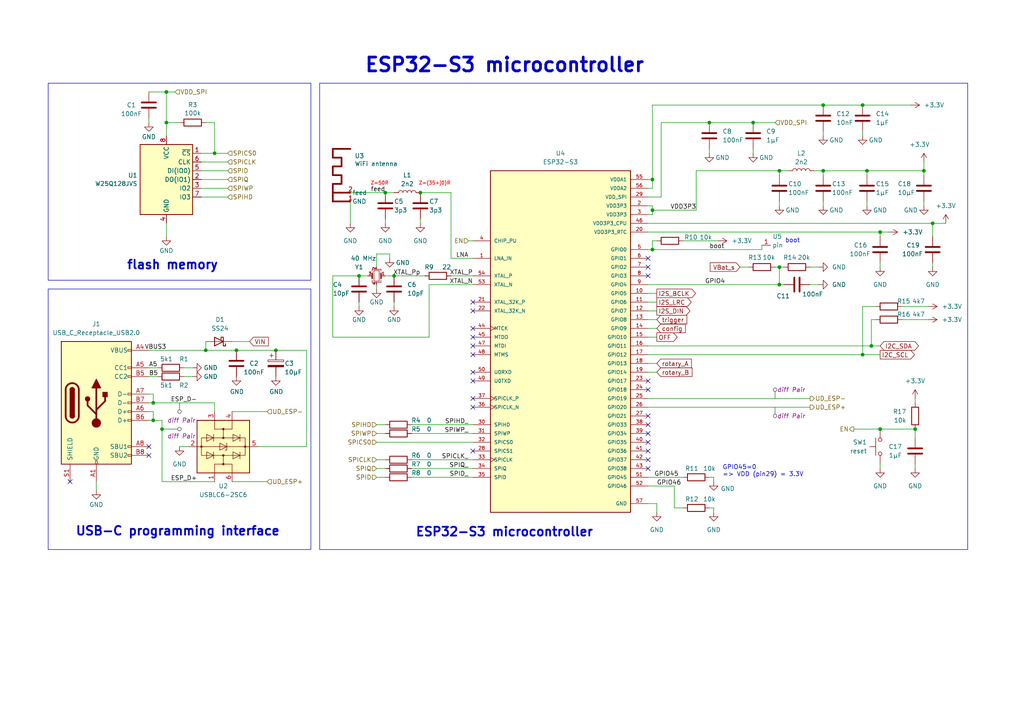
<source format=kicad_sch>
(kicad_sch (version 20250114) (generator "eeschema") (generator_version "9.0")
  (paper "A4")
  (lib_symbols
    (symbol "Connector:USB_C_Receptacle_USB2.0" (pin_names (offset 1.016))
      (property "Reference" "J" (at -10.16 19.05 0))
      (property "Value" "USB_C_Receptacle_USB2.0" (at 19.05 19.05 0))
      (symbol "USB_C_Receptacle_USB2.0_1_1"
        (pin passive line (at -7.62 -22.86 90) (length 5.08) (name "SHIELD") (number "S1"))
        (pin passive line (at 0 -22.86 90) (length 5.08) (name "GND") (number "A1"))
        (pin passive line (at 0 -22.86 90) (length 5.08) (hide yes) (name "GND") (number "A12"))
        (pin passive line (at 0 -22.86 90) (length 5.08) (hide yes) (name "GND") (number "B1"))
        (pin passive line (at 0 -22.86 90) (length 5.08) (hide yes) (name "GND") (number "B12"))
        (pin passive line (at 15.24 15.24 180) (length 5.08) (name "VBUS") (number "A4"))
        (pin passive line (at 15.24 15.24 180) (length 5.08) (hide yes) (name "VBUS") (number "A9"))
        (pin passive line (at 15.24 15.24 180) (length 5.08) (hide yes) (name "VBUS") (number "B4"))
        (pin passive line (at 15.24 15.24 180) (length 5.08) (hide yes) (name "VBUS") (number "B9"))
        (pin bidirectional line (at 15.24 10.16 180) (length 5.08) (name "CC1") (number "A5"))
        (pin bidirectional line (at 15.24 7.62 180) (length 5.08) (name "CC2") (number "B5"))
        (pin bidirectional line (at 15.24 2.54 180) (length 5.08) (name "D-") (number "A7"))
        (pin bidirectional line (at 15.24 0 180) (length 5.08) (name "D-") (number "B7"))
        (pin bidirectional line (at 15.24 -2.54 180) (length 5.08) (name "D+") (number "A6"))
        (pin bidirectional line (at 15.24 -5.08 180) (length 5.08) (name "D+") (number "B6"))
        (pin bidirectional line (at 15.24 -12.7 180) (length 5.08) (name "SBU1") (number "A8"))
        (pin bidirectional line (at 15.24 -15.24 180) (length 5.08) (name "SBU2") (number "B8"))
      )
    )
    (symbol "Device:C" (pin_numbers (hide yes)) (pin_names (offset 0.254))
      (property "Reference" "C" (at 0.635 2.54 0))
      (property "Value" "C" (at 0.635 -2.54 0))
      (symbol "C_1_1"
        (pin passive line (at 0 3.81 270) (length 2.794) (name "~") (number "1"))
        (pin passive line (at 0 -3.81 90) (length 2.794) (name "~") (number "2"))
      )
    )
    (symbol "Device:Crystal_GND24_Small" (pin_names (offset 1.016) (hide yes))
      (property "Reference" "Y" (at 1.27 4.445 0))
      (property "Value" "Crystal_GND24_Small" (at 1.27 2.54 0))
      (symbol "Crystal_GND24_Small_1_1"
        (pin passive line (at -2.54 0 0) (length 1.27) (name "1") (number "1"))
        (pin passive line (at 0 2.54 270) (length 0.635) (name "4") (number "4"))
        (pin passive line (at 0 -2.54 90) (length 0.635) (name "2") (number "2"))
        (pin passive line (at 2.54 0 180) (length 1.27) (name "3") (number "3"))
      )
    )
    (symbol "Device:L" (pin_numbers (hide yes)) (pin_names (offset 1.016) (hide yes))
      (property "Reference" "L" (at -1.27 0 90))
      (property "Value" "L" (at 1.905 0 90))
      (symbol "L_1_1"
        (pin passive line (at 0 3.81 270) (length 1.27) (name "1") (number "1"))
        (pin passive line (at 0 -3.81 90) (length 1.27) (name "2") (number "2"))
      )
    )
    (symbol "Device:R" (pin_numbers (hide yes)) (pin_names (offset 0))
      (property "Reference" "R" (at 2.032 0 90))
      (property "Value" "R" (at 0 0 90))
      (symbol "R_1_1"
        (pin passive line (at 0 3.81 270) (length 1.27) (name "~") (number "1"))
        (pin passive line (at 0 -3.81 90) (length 1.27) (name "~") (number "2"))
      )
    )
    (symbol "Diode:SS24" (pin_numbers (hide yes)) (pin_names (offset 1.016) (hide yes))
      (property "Reference" "D" (at 0 2.54 0))
      (property "Value" "SS24" (at 0 -2.54 0))
      (symbol "SS24_1_1"
        (pin passive line (at -3.81 0 0) (length 2.54) (name "K") (number "1"))
        (pin passive line (at 3.81 0 180) (length 2.54) (name "A") (number "2"))
      )
    )
    (symbol "Memory_Flash:W25Q128JVS"
      (property "Reference" "U" (at -8.89 8.89 0))
      (property "Value" "W25Q128JVS" (at 7.62 8.89 0))
      (symbol "W25Q128JVS_1_1"
        (pin input line (at -10.16 7.62 0) (length 2.54) (name "~{CS}") (number "1"))
        (pin input line (at -10.16 5.08 0) (length 2.54) (name "CLK") (number "6"))
        (pin bidirectional line (at -10.16 2.54 0) (length 2.54) (name "DI(IO0)") (number "5"))
        (pin bidirectional line (at -10.16 0 0) (length 2.54) (name "DO(IO1)") (number "2"))
        (pin bidirectional line (at -10.16 -2.54 0) (length 2.54) (name "IO2") (number "3"))
        (pin bidirectional line (at -10.16 -5.08 0) (length 2.54) (name "IO3") (number "7"))
        (pin power_in line (at 0 12.7 270) (length 2.54) (name "VCC") (number "8"))
        (pin power_in line (at 0 -12.7 90) (length 2.54) (name "GND") (number "4"))
      )
    )
    (symbol "New_Library:1_pin"
      (property "Reference" "U" (at 0 1.524 0))
      (symbol "1_pin_1_1"
        (pin input line (at -2.54 0 0) (length 2.54) (name "pin") (number "1"))
      )
    )
    (symbol "New_Library:ESP32-S3" (pin_names (offset 1.016))
      (property "Reference" "U4" (at 0 53.34 0))
      (property "Value" "ESP32-S3" (at 0 50.8 0))
      (symbol "ESP32-S3_0_0"
        (pin input line (at -25.4 27.94 0) (length 5.08) (name "CHIP_PU") (number "4"))
        (pin bidirectional line (at -25.4 22.86 0) (length 5.08) (name "LNA_IN") (number "1"))
        (pin input line (at -25.4 17.78 0) (length 5.08) (name "XTAL_P") (number "54"))
        (pin output line (at -25.4 15.24 0) (length 5.08) (name "XTAL_N") (number "53"))
        (pin bidirectional line (at -25.4 10.16 0) (length 5.08) (name "XTAL_32K_P") (number "21"))
        (pin bidirectional line (at -25.4 7.62 0) (length 5.08) (name "XTAL_32K_N") (number "22"))
        (pin bidirectional clock (at -25.4 2.54 0) (length 5.08) (name "MTCK") (number "44"))
        (pin bidirectional line (at -25.4 0 0) (length 5.08) (name "MTDO") (number "45"))
        (pin bidirectional line (at -25.4 -2.54 0) (length 5.08) (name "MTDI") (number "47"))
        (pin bidirectional line (at -25.4 -5.08 0) (length 5.08) (name "MTMS") (number "48"))
        (pin bidirectional line (at -25.4 -10.16 0) (length 5.08) (name "U0RXD") (number "50"))
        (pin bidirectional line (at -25.4 -12.7 0) (length 5.08) (name "U0TXD") (number "49"))
        (pin bidirectional clock (at -25.4 -17.78 0) (length 5.08) (name "SPICLK_P") (number "37"))
        (pin bidirectional clock (at -25.4 -20.32 0) (length 5.08) (name "SPICLK_N") (number "36"))
        (pin bidirectional line (at -25.4 -25.4 0) (length 5.08) (name "SPIHD") (number "30"))
        (pin bidirectional line (at -25.4 -27.94 0) (length 5.08) (name "SPIWP") (number "31"))
        (pin bidirectional line (at -25.4 -30.48 0) (length 5.08) (name "SPICS0") (number "32"))
        (pin bidirectional line (at -25.4 -33.02 0) (length 5.08) (name "SPICS1") (number "28"))
        (pin bidirectional clock (at -25.4 -35.56 0) (length 5.08) (name "SPICLK") (number "33"))
        (pin bidirectional line (at -25.4 -38.1 0) (length 5.08) (name "SPIQ") (number "34"))
        (pin bidirectional line (at -25.4 -40.64 0) (length 5.08) (name "SPID") (number "35"))
        (pin power_in line (at 25.4 45.72 180) (length 5.08) (name "VDDA1") (number "55"))
        (pin power_in line (at 25.4 43.18 180) (length 5.08) (name "VDDA2") (number "56"))
        (pin power_in line (at 25.4 40.64 180) (length 5.08) (name "VDD_SPI") (number "29"))
        (pin power_in line (at 25.4 38.1 180) (length 5.08) (name "VDD3P3") (number "2"))
        (pin power_in line (at 25.4 35.56 180) (length 5.08) (name "VDD3P3") (number "3"))
        (pin power_in line (at 25.4 33.02 180) (length 5.08) (name "VDD3P3_CPU") (number "46"))
        (pin power_in line (at 25.4 30.48 180) (length 5.08) (name "VDD3P3_RTC") (number "20"))
        (pin bidirectional line (at 25.4 25.4 180) (length 5.08) (name "GPIO0") (number "5"))
        (pin bidirectional line (at 25.4 22.86 180) (length 5.08) (name "GPIO1") (number "6"))
        (pin bidirectional line (at 25.4 20.32 180) (length 5.08) (name "GPIO2") (number "7"))
        (pin bidirectional line (at 25.4 17.78 180) (length 5.08) (name "GPIO3") (number "8"))
        (pin bidirectional line (at 25.4 15.24 180) (length 5.08) (name "GPIO4") (number "9"))
        (pin bidirectional line (at 25.4 12.7 180) (length 5.08) (name "GPIO5") (number "10"))
        (pin bidirectional line (at 25.4 10.16 180) (length 5.08) (name "GPIO6") (number "11"))
        (pin bidirectional line (at 25.4 7.62 180) (length 5.08) (name "GPIO7") (number "12"))
        (pin bidirectional line (at 25.4 5.08 180) (length 5.08) (name "GPIO8") (number "13"))
        (pin bidirectional line (at 25.4 2.54 180) (length 5.08) (name "GPIO9") (number "14"))
        (pin bidirectional line (at 25.4 0 180) (length 5.08) (name "GPIO10") (number "15"))
        (pin bidirectional line (at 25.4 -2.54 180) (length 5.08) (name "GPIO11") (number "16"))
        (pin bidirectional line (at 25.4 -5.08 180) (length 5.08) (name "GPIO12") (number "17"))
        (pin bidirectional line (at 25.4 -7.62 180) (length 5.08) (name "GPIO13") (number "18"))
        (pin bidirectional line (at 25.4 -10.16 180) (length 5.08) (name "GPIO14") (number "19"))
        (pin bidirectional line (at 25.4 -12.7 180) (length 5.08) (name "GPIO17") (number "23"))
        (pin bidirectional line (at 25.4 -15.24 180) (length 5.08) (name "GPIO18") (number "24"))
        (pin bidirectional line (at 25.4 -17.78 180) (length 5.08) (name "GPIO19") (number "25"))
        (pin bidirectional line (at 25.4 -20.32 180) (length 5.08) (name "GPIO20") (number "26"))
        (pin bidirectional line (at 25.4 -22.86 180) (length 5.08) (name "GPIO21") (number "27"))
        (pin bidirectional line (at 25.4 -25.4 180) (length 5.08) (name "GPIO33") (number "38"))
        (pin bidirectional line (at 25.4 -27.94 180) (length 5.08) (name "GPIO34") (number "39"))
        (pin bidirectional line (at 25.4 -30.48 180) (length 5.08) (name "GPIO35") (number "40"))
        (pin bidirectional line (at 25.4 -33.02 180) (length 5.08) (name "GPIO36") (number "41"))
        (pin bidirectional line (at 25.4 -35.56 180) (length 5.08) (name "GPIO37") (number "42"))
        (pin bidirectional line (at 25.4 -38.1 180) (length 5.08) (name "GPIO38") (number "43"))
        (pin bidirectional line (at 25.4 -40.64 180) (length 5.08) (name "GPIO45") (number "51"))
        (pin bidirectional line (at 25.4 -43.18 180) (length 5.08) (name "GPIO46") (number "52"))
        (pin power_in line (at 25.4 -48.26 180) (length 5.08) (name "GND") (number "57"))
      )
      (symbol "ESP32-S3_1_1"
        (pin power_in line (at 25.4 -48.26 0) (length 2.54) (hide yes) (name "GND") (number "58"))
        (pin power_in line (at 25.4 -48.26 0) (length 2.54) (hide yes) (name "GND") (number "59"))
        (pin power_in line (at 25.4 -48.26 0) (length 2.54) (hide yes) (name "GND") (number "60"))
        (pin power_in line (at 25.4 -48.26 0) (length 2.54) (hide yes) (name "GND") (number "61"))
        (pin power_in line (at 25.4 -48.26 0) (length 2.54) (hide yes) (name "GND") (number "62"))
        (pin power_in line (at 25.4 -48.26 0) (length 2.54) (hide yes) (name "GND") (number "63"))
        (pin power_in line (at 25.4 -48.26 0) (length 2.54) (hide yes) (name "GND") (number "64"))
        (pin power_in line (at 25.4 -48.26 0) (length 2.54) (hide yes) (name "GND") (number "65"))
        (pin power_in line (at 25.4 -48.26 0) (length 2.54) (hide yes) (name "GND") (number "66"))
        (pin power_in line (at 25.4 -48.26 0) (length 2.54) (hide yes) (name "GND") (number "67"))
        (pin power_in line (at 25.4 -48.26 0) (length 2.54) (hide yes) (name "GND") (number "68"))
        (pin power_in line (at 25.4 -48.26 0) (length 2.54) (hide yes) (name "GND") (number "69"))
      )
    )
    (symbol "New_Library:PCB_antenna"
      (property "Reference" "U" (at 0 6.35 0))
      (symbol "PCB_antenna_1_1"
        (pin input line (at -10.16 0 270) (length 0.1) (name "GND") (number "1"))
        (pin input line (at -7.62 0 270) (length 0.1) (name "feed") (number "2"))
      )
    )
    (symbol "Power_Protection:USBLC6-2SC6" (pin_names (hide yes))
      (property "Reference" "U" (at 2.54 8.89 0))
      (property "Value" "USBLC6-2SC6" (at 2.54 -8.89 0))
      (symbol "USBLC6-2SC6_1_1"
        (pin passive line (at -10.16 2.54 0) (length 2.54) (name "I/O1") (number "6"))
        (pin passive line (at -10.16 -2.54 0) (length 2.54) (name "I/O1") (number "1"))
        (pin passive line (at 0 10.16 270) (length 2.54) (name "VBUS") (number "5"))
        (pin passive line (at 0 -10.16 90) (length 2.54) (name "GND") (number "2"))
        (pin passive line (at 10.16 2.54 180) (length 2.54) (name "I/O2") (number "4"))
        (pin passive line (at 10.16 -2.54 180) (length 2.54) (name "I/O2") (number "3"))
      )
    )
    (symbol "RD40_display_SMD-rescue:CP-Device" (pin_numbers (hide yes)) (pin_names (offset 0.254))
      (property "Reference" "C" (at 0.635 2.54 0))
      (property "Value" "Device_CP" (at 0.635 -2.54 0))
      (symbol "CP-Device_1_1"
        (pin passive line (at 0 3.81 270) (length 2.794) (name "~") (number "1"))
        (pin passive line (at 0 -3.81 90) (length 2.794) (name "~") (number "2"))
      )
    )
    (symbol "Switch:SW_Push" (pin_numbers (hide yes)) (pin_names (offset 1.016) (hide yes))
      (property "Reference" "SW" (at 1.27 2.54 0))
      (property "Value" "SW_Push" (at 0 -1.524 0))
      (symbol "SW_Push_0_1"
        (pin passive line (at -5.08 0 0) (length 2.54) (name "1") (number "1"))
        (pin passive line (at 5.08 0 180) (length 2.54) (name "2") (number "2"))
      )
    )
    (symbol "power:+3.3V" (power) (pin_names (offset 0))
      (property "Value" "+3.3V" (at 0 3.556 0))
      (symbol "+3.3V_1_1"
        (pin power_in line (at 0 0 90) (length 0) (hide yes) (name "+3.3V") (number "1"))
      )
    )
    (symbol "power:GND" (power) (pin_names (offset 0))
      (property "Value" "GND" (at 0 -3.81 0))
      (symbol "GND_1_1"
        (pin power_in line (at 0 0 270) (length 0) (hide yes) (name "GND") (number "1"))
      )
    )
  )
  (rectangle (start 13.97 83.82) (end 90.17 159.385))
  (rectangle (start 92.71 24.13) (end 280.67 159.385))
  (rectangle (start 13.97 24.13) (end 90.17 81.28))
  (text "GPIO45=0\n=> VDD (pin29) = 3.3V" (at 209.55 138.43 0) (effects (font (size 1.27 1.27)) (justify left bottom)))
  (text "Z=(35+j0)R" (at 121.412 53.848 0) (effects (font (size 1 1)) (justify left bottom)))
  (text "Z=50R" (at 107.442 53.848 0) (effects (font (size 1 1)) (justify left bottom)))
  (text "boot" (at 229.87 69.85 0) (effects (font (size 1.27 1.27))))
  (text "flash memory" (at 50.038 76.962 0) (effects (font (size 2.54 2.54) (thickness 0.508) (bold yes))))
  (text "ESP32-S3 microcontroller" (at 146.304 154.432 0) (effects (font (size 2.54 2.54) (thickness 0.508) (bold yes))))
  (text "USB-C programming interface" (at 51.562 154.178 0) (effects (font (size 2.54 2.54) (thickness 0.508) (bold yes))))
  (text "ESP32-S3 microcontroller" (at 187.198 21.336 0) (effects (font (size 4 4) (thickness 0.8) (bold yes)) (justify right bottom)))
  (junction (at 189.23 60.96))
  (junction (at 250.19 102.87))
  (junction (at 265.43 124.46))
  (junction (at 226.06 82.55))
  (junction (at 121.92 55.88))
  (junction (at 250.19 30.48))
  (junction (at 48.26 35.56))
  (junction (at 62.23 44.45))
  (junction (at 226.06 49.53))
  (junction (at 111.76 55.88))
  (junction (at 267.97 49.53))
  (junction (at 226.06 77.47))
  (junction (at 251.46 49.53))
  (junction (at 205.74 35.56))
  (junction (at 252.73 100.33))
  (junction (at 68.58 101.6))
  (junction (at 189.23 72.39))
  (junction (at 255.27 67.31))
  (junction (at 238.76 30.48))
  (junction (at 114.3 80.01))
  (junction (at 255.27 124.46))
  (junction (at 218.44 35.56))
  (junction (at 59.69 101.6))
  (junction (at 46.99 124.46))
  (junction (at 270.51 64.77))
  (junction (at 189.23 52.07))
  (junction (at 238.76 49.53))
  (junction (at 44.45 116.84))
  (junction (at 104.14 80.01))
  (junction (at 44.45 121.92))
  (junction (at 80.01 101.6))
  (junction (at 48.26 26.67))
  (no_connect (at 187.96 128.27))
  (no_connect (at 137.16 118.11))
  (no_connect (at 43.18 132.08))
  (no_connect (at 187.96 113.03))
  (no_connect (at 137.16 130.81))
  (no_connect (at 187.96 135.89))
  (no_connect (at 187.96 74.93))
  (no_connect (at 137.16 100.33))
  (no_connect (at 187.96 125.73))
  (no_connect (at 187.96 110.49))
  (no_connect (at 187.96 77.47))
  (no_connect (at 137.16 90.17))
  (no_connect (at 187.96 123.19))
  (no_connect (at 137.16 115.57))
  (no_connect (at 43.18 129.54))
  (no_connect (at 187.96 120.65))
  (no_connect (at 20.32 139.7))
  (no_connect (at 137.16 110.49))
  (no_connect (at 187.96 133.35))
  (no_connect (at 137.16 95.25))
  (no_connect (at 137.16 87.63))
  (no_connect (at 137.16 102.87))
  (no_connect (at 137.16 107.95))
  (no_connect (at 187.96 130.81))
  (no_connect (at 187.96 80.01))
  (no_connect (at 137.16 97.79))
  (wire (pts (xy 189.23 59.69) (xy 189.23 60.96)))
  (wire (pts (xy 62.23 44.45) (xy 62.23 35.56)))
  (wire (pts (xy 187.96 64.77) (xy 270.51 64.77)))
  (wire (pts (xy 46.99 139.7) (xy 62.23 139.7)))
  (wire (pts (xy 43.18 114.3) (xy 44.45 114.3)))
  (wire (pts (xy 44.45 116.84) (xy 62.23 116.84)))
  (wire (pts (xy 59.69 101.6) (xy 68.58 101.6)))
  (wire (pts (xy 113.03 73.66) (xy 113.03 74.93)))
  (wire (pts (xy 226.06 77.47) (xy 227.33 77.47)))
  (wire (pts (xy 58.42 49.53) (xy 66.04 49.53)))
  (wire (pts (xy 111.76 80.01) (xy 114.3 80.01)))
  (wire (pts (xy 238.76 30.48) (xy 250.19 30.48)))
  (wire (pts (xy 187.96 52.07) (xy 189.23 52.07)))
  (wire (pts (xy 130.81 55.88) (xy 130.81 74.93)))
  (wire (pts (xy 267.97 46.99) (xy 267.97 49.53)))
  (wire (pts (xy 234.95 82.55) (xy 237.49 82.55)))
  (wire (pts (xy 255.27 76.2) (xy 255.27 77.47)))
  (wire (pts (xy 265.43 124.46) (xy 255.27 124.46)))
  (wire (pts (xy 187.96 115.57) (xy 234.95 115.57)))
  (wire (pts (xy 207.01 147.32) (xy 207.01 148.59)))
  (wire (pts (xy 119.38 133.35) (xy 137.16 133.35)))
  (wire (pts (xy 265.43 115.57) (xy 265.43 116.84)))
  (wire (pts (xy 58.42 44.45) (xy 62.23 44.45)))
  (wire (pts (xy 226.06 82.55) (xy 226.06 77.47)))
  (wire (pts (xy 187.96 82.55) (xy 226.06 82.55)))
  (wire (pts (xy 101.6 58.42) (xy 101.6 64.77)))
  (wire (pts (xy 58.42 54.61) (xy 66.04 54.61)))
  (wire (pts (xy 54.61 129.54) (xy 52.07 129.54)))
  (wire (pts (xy 251.46 49.53) (xy 267.97 49.53)))
  (wire (pts (xy 255.27 134.62) (xy 255.27 135.89)))
  (wire (pts (xy 205.74 35.56) (xy 218.44 35.56)))
  (wire (pts (xy 45.72 109.22) (xy 43.18 109.22)))
  (wire (pts (xy 220.98 72.39) (xy 189.23 72.39)))
  (wire (pts (xy 111.76 63.5) (xy 111.76 64.77)))
  (wire (pts (xy 267.97 49.53) (xy 267.97 50.8)))
  (wire (pts (xy 96.52 97.79) (xy 124.46 97.79)))
  (wire (pts (xy 187.96 107.95) (xy 190.5 107.95)))
  (wire (pts (xy 274.32 64.77) (xy 270.51 64.77)))
  (wire (pts (xy 224.79 77.47) (xy 226.06 77.47)))
  (wire (pts (xy 59.69 99.06) (xy 59.69 101.6)))
  (wire (pts (xy 43.18 34.29) (xy 43.18 35.56)))
  (wire (pts (xy 195.58 140.97) (xy 195.58 147.32)))
  (wire (pts (xy 187.96 105.41) (xy 190.5 105.41)))
  (wire (pts (xy 48.26 26.67) (xy 48.26 35.56)))
  (wire (pts (xy 67.31 99.06) (xy 72.39 99.06)))
  (wire (pts (xy 189.23 52.07) (xy 189.23 30.48)))
  (wire (pts (xy 62.23 35.56) (xy 59.69 35.56)))
  (wire (pts (xy 96.52 80.01) (xy 96.52 97.79)))
  (wire (pts (xy 265.43 124.46) (xy 265.43 127)))
  (wire (pts (xy 104.14 80.01) (xy 96.52 80.01)))
  (wire (pts (xy 114.3 87.63) (xy 114.3 88.9)))
  (wire (pts (xy 109.22 133.35) (xy 111.76 133.35)))
  (wire (pts (xy 226.06 49.53) (xy 226.06 50.8)))
  (wire (pts (xy 109.22 73.66) (xy 109.22 77.47)))
  (wire (pts (xy 27.94 139.7) (xy 27.94 142.24)))
  (wire (pts (xy 261.62 92.71) (xy 269.24 92.71)))
  (wire (pts (xy 255.27 67.31) (xy 257.81 67.31)))
  (wire (pts (xy 109.22 138.43) (xy 111.76 138.43)))
  (wire (pts (xy 264.16 30.48) (xy 250.19 30.48)))
  (wire (pts (xy 251.46 49.53) (xy 251.46 50.8)))
  (wire (pts (xy 198.12 69.85) (xy 208.28 69.85)))
  (wire (pts (xy 234.95 77.47) (xy 237.49 77.47)))
  (wire (pts (xy 205.74 43.18) (xy 205.74 44.45)))
  (wire (pts (xy 255.27 67.31) (xy 255.27 68.58)))
  (wire (pts (xy 238.76 49.53) (xy 236.22 49.53)))
  (wire (pts (xy 190.5 148.59) (xy 190.5 146.05)))
  (wire (pts (xy 251.46 58.42) (xy 251.46 59.69)))
  (wire (pts (xy 46.99 121.92) (xy 46.99 124.46)))
  (wire (pts (xy 44.45 119.38) (xy 44.45 121.92)))
  (wire (pts (xy 190.5 146.05) (xy 187.96 146.05)))
  (wire (pts (xy 104.14 87.63) (xy 104.14 88.9)))
  (wire (pts (xy 124.46 82.55) (xy 137.16 82.55)))
  (wire (pts (xy 187.96 54.61) (xy 189.23 54.61)))
  (wire (pts (xy 265.43 134.62) (xy 265.43 135.89)))
  (wire (pts (xy 44.45 121.92) (xy 43.18 121.92)))
  (wire (pts (xy 111.76 55.88) (xy 114.3 55.88)))
  (wire (pts (xy 254 88.9) (xy 250.19 88.9)))
  (wire (pts (xy 205.74 147.32) (xy 207.01 147.32)))
  (wire (pts (xy 109.22 135.89) (xy 111.76 135.89)))
  (wire (pts (xy 187.96 102.87) (xy 250.19 102.87)))
  (wire (pts (xy 187.96 85.09) (xy 190.5 85.09)))
  (wire (pts (xy 189.23 60.96) (xy 201.93 60.96)))
  (wire (pts (xy 252.73 100.33) (xy 255.27 100.33)))
  (wire (pts (xy 114.3 80.01) (xy 123.19 80.01)))
  (wire (pts (xy 44.45 116.84) (xy 44.45 114.3)))
  (wire (pts (xy 190.5 69.85) (xy 189.23 69.85)))
  (wire (pts (xy 48.26 64.77) (xy 48.26 68.58)))
  (wire (pts (xy 226.06 58.42) (xy 226.06 59.69)))
  (wire (pts (xy 187.96 140.97) (xy 195.58 140.97)))
  (wire (pts (xy 218.44 43.18) (xy 218.44 44.45)))
  (wire (pts (xy 48.26 26.67) (xy 50.8 26.67)))
  (wire (pts (xy 53.34 109.22) (xy 55.88 109.22)))
  (wire (pts (xy 238.76 38.1) (xy 238.76 39.37)))
  (wire (pts (xy 67.31 119.38) (xy 77.47 119.38)))
  (wire (pts (xy 106.68 80.01) (xy 104.14 80.01)))
  (wire (pts (xy 201.93 49.53) (xy 201.93 60.96)))
  (wire (pts (xy 252.73 92.71) (xy 252.73 100.33)))
  (wire (pts (xy 124.46 97.79) (xy 124.46 82.55)))
  (wire (pts (xy 119.38 135.89) (xy 137.16 135.89)))
  (wire (pts (xy 130.81 74.93) (xy 137.16 74.93)))
  (wire (pts (xy 187.96 87.63) (xy 190.5 87.63)))
  (wire (pts (xy 254 92.71) (xy 252.73 92.71)))
  (wire (pts (xy 187.96 90.17) (xy 190.5 90.17)))
  (wire (pts (xy 48.26 26.67) (xy 43.18 26.67)))
  (wire (pts (xy 62.23 119.38) (xy 62.23 116.84)))
  (wire (pts (xy 220.98 71.12) (xy 220.98 72.39)))
  (wire (pts (xy 44.45 121.92) (xy 46.99 121.92)))
  (wire (pts (xy 58.42 52.07) (xy 66.04 52.07)))
  (wire (pts (xy 228.6 49.53) (xy 226.06 49.53)))
  (wire (pts (xy 250.19 102.87) (xy 255.27 102.87)))
  (wire (pts (xy 187.96 118.11) (xy 234.95 118.11)))
  (wire (pts (xy 250.19 88.9) (xy 250.19 102.87)))
  (wire (pts (xy 270.51 76.2) (xy 270.51 77.47)))
  (wire (pts (xy 101.6 55.88) (xy 111.76 55.88)))
  (wire (pts (xy 191.77 57.15) (xy 187.96 57.15)))
  (wire (pts (xy 121.92 55.88) (xy 130.81 55.88)))
  (wire (pts (xy 255.27 124.46) (xy 247.65 124.46)))
  (wire (pts (xy 189.23 30.48) (xy 238.76 30.48)))
  (wire (pts (xy 187.96 92.71) (xy 190.5 92.71)))
  (wire (pts (xy 109.22 123.19) (xy 111.76 123.19)))
  (wire (pts (xy 67.31 139.7) (xy 77.47 139.7)))
  (wire (pts (xy 88.9 101.6) (xy 88.9 129.54)))
  (wire (pts (xy 251.46 49.53) (xy 238.76 49.53)))
  (wire (pts (xy 205.74 138.43) (xy 207.01 138.43)))
  (wire (pts (xy 187.96 59.69) (xy 189.23 59.69)))
  (wire (pts (xy 46.99 124.46) (xy 46.99 139.7)))
  (wire (pts (xy 44.45 116.84) (xy 43.18 116.84)))
  (wire (pts (xy 62.23 44.45) (xy 66.04 44.45)))
  (wire (pts (xy 187.96 97.79) (xy 190.5 97.79)))
  (wire (pts (xy 238.76 58.42) (xy 238.76 59.69)))
  (wire (pts (xy 250.19 38.1) (xy 250.19 39.37)))
  (wire (pts (xy 119.38 123.19) (xy 137.16 123.19)))
  (wire (pts (xy 189.23 52.07) (xy 189.23 54.61)))
  (wire (pts (xy 45.72 106.68) (xy 43.18 106.68)))
  (wire (pts (xy 187.96 138.43) (xy 198.12 138.43)))
  (wire (pts (xy 48.26 39.37) (xy 48.26 35.56)))
  (wire (pts (xy 187.96 100.33) (xy 252.73 100.33)))
  (wire (pts (xy 191.77 57.15) (xy 191.77 35.56)))
  (wire (pts (xy 218.44 35.56) (xy 224.79 35.56)))
  (wire (pts (xy 189.23 60.96) (xy 189.23 62.23)))
  (wire (pts (xy 80.01 101.6) (xy 88.9 101.6)))
  (wire (pts (xy 187.96 95.25) (xy 190.5 95.25)))
  (wire (pts (xy 48.26 35.56) (xy 52.07 35.56)))
  (wire (pts (xy 267.97 58.42) (xy 267.97 59.69)))
  (wire (pts (xy 207.01 138.43) (xy 207.01 139.7)))
  (wire (pts (xy 191.77 35.56) (xy 205.74 35.56)))
  (wire (pts (xy 109.22 82.55) (xy 109.22 83.82)))
  (wire (pts (xy 43.18 119.38) (xy 44.45 119.38)))
  (wire (pts (xy 135.89 69.85) (xy 137.16 69.85)))
  (wire (pts (xy 130.81 80.01) (xy 137.16 80.01)))
  (wire (pts (xy 68.58 101.6) (xy 80.01 101.6)))
  (wire (pts (xy 43.18 101.6) (xy 59.69 101.6)))
  (wire (pts (xy 119.38 125.73) (xy 137.16 125.73)))
  (wire (pts (xy 214.63 77.47) (xy 217.17 77.47)))
  (wire (pts (xy 58.42 46.99) (xy 66.04 46.99)))
  (wire (pts (xy 261.62 88.9) (xy 269.24 88.9)))
  (wire (pts (xy 46.99 124.46) (xy 49.53 124.46)))
  (wire (pts (xy 113.03 73.66) (xy 109.22 73.66)))
  (wire (pts (xy 58.42 57.15) (xy 66.04 57.15)))
  (wire (pts (xy 270.51 64.77) (xy 270.51 68.58)))
  (wire (pts (xy 53.34 106.68) (xy 55.88 106.68)))
  (wire (pts (xy 238.76 49.53) (xy 238.76 50.8)))
  (wire (pts (xy 121.92 63.5) (xy 121.92 64.77)))
  (wire (pts (xy 187.96 67.31) (xy 255.27 67.31)))
  (wire (pts (xy 109.22 128.27) (xy 137.16 128.27)))
  (wire (pts (xy 189.23 69.85) (xy 189.23 72.39)))
  (wire (pts (xy 195.58 147.32) (xy 198.12 147.32)))
  (wire (pts (xy 189.23 72.39) (xy 187.96 72.39)))
  (wire (pts (xy 187.96 62.23) (xy 189.23 62.23)))
  (wire (pts (xy 119.38 138.43) (xy 137.16 138.43)))
  (wire (pts (xy 109.22 125.73) (xy 111.76 125.73)))
  (wire (pts (xy 226.06 49.53) (xy 201.93 49.53)))
  (wire (pts (xy 74.93 129.54) (xy 88.9 129.54)))
  (wire (pts (xy 226.06 82.55) (xy 227.33 82.55)))
  (label "boot" (at 205.74 72.39 0))
  (label "GPIO45" (at 196.85 138.43 180))
  (label "SPIHD_" (at 135.89 123.19 180))
  (label "VDD3P3" (at 201.93 60.96 180))
  (label "SPIWP_" (at 135.89 125.73 180))
  (label "GPIO46" (at 190.5 140.97 0))
  (label "VBUS3" (at 48.26 101.6 180))
  (label "XTAL_N" (at 137.16 82.55 180))
  (label "ESP_D+" (at 49.53 139.7 0))
  (label "XTAL_P" (at 137.16 80.01 180))
  (label "A5" (at 43.18 106.68 0))
  (label "B5" (at 43.18 109.22 0))
  (label "SPIQ_" (at 135.89 135.89 180))
  (label "GPIO4" (at 204.47 82.55 0))
  (label "feed" (at 111.76 55.88 180))
  (label "XTAL_Pp" (at 121.92 80.01 180))
  (label "SPICLK_" (at 135.89 133.35 180))
  (label "SPID_" (at 135.89 138.43 180))
  (label "LNA" (at 135.89 74.93 180))
  (label "ESP_D-" (at 57.15 116.84 180))
  (global_label "OFF" (shape output) (at 190.5 97.79 0) (property "Intersheetrefs" "${INTERSHEET_REFS}" (effects (hide yes))))
  (global_label "rotary_A" (shape input) (at 190.5 105.41 0) (property "Intersheetrefs" "${INTERSHEET_REFS}" (effects (hide yes))))
  (global_label "config" (shape input) (at 190.5 95.25 0) (property "Intersheetrefs" "${INTERSHEET_REFS}" (effects (hide yes))))
  (global_label "I2S_LRC" (shape output) (at 190.5 87.63 0) (property "Intersheetrefs" "${INTERSHEET_REFS}" (effects (hide yes))))
  (global_label "I2S_BCLK" (shape output) (at 190.5 85.09 0) (property "Intersheetrefs" "${INTERSHEET_REFS}" (effects (hide yes))))
  (global_label "trigger" (shape input) (at 190.5 92.71 0) (property "Intersheetrefs" "${INTERSHEET_REFS}" (effects (hide yes))))
  (global_label "I2S_DIN" (shape output) (at 190.5 90.17 0) (property "Intersheetrefs" "${INTERSHEET_REFS}" (effects (hide yes))))
  (global_label "VBat_s" (shape input) (at 214.63 77.47 180) (property "Intersheetrefs" "${INTERSHEET_REFS}" (effects (hide yes))))
  (global_label "I2C_SDA" (shape bidirectional) (at 255.27 100.33 0) (property "Intersheetrefs" "${INTERSHEET_REFS}" (effects (hide yes))))
  (global_label "VIN" (shape input) (at 72.39 99.06 0) (property "Intersheetrefs" "${INTERSHEET_REFS}" (effects (hide yes))))
  (global_label "I2C_SCL" (shape output) (at 255.27 102.87 0) (property "Intersheetrefs" "${INTERSHEET_REFS}" (effects (hide yes))))
  (global_label "rotary_B" (shape input) (at 190.5 107.95 0) (property "Intersheetrefs" "${INTERSHEET_REFS}" (effects (hide yes))))
  (hierarchical_label "SPIHD" (shape input) (at 109.22 123.19 180))
  (hierarchical_label "VDD_SPI" (shape input) (at 50.8 26.67 0))
  (hierarchical_label "SPIHD" (shape input) (at 66.04 57.15 0))
  (hierarchical_label "VDD_SPI" (shape input) (at 224.79 35.56 0))
  (hierarchical_label "UD_ESP+" (shape output) (at 234.95 118.11 0))
  (hierarchical_label "SPIWP" (shape input) (at 109.22 125.73 180))
  (hierarchical_label "SPID" (shape input) (at 66.04 49.53 0))
  (hierarchical_label "SPIWP" (shape input) (at 66.04 54.61 0))
  (hierarchical_label "SPICS0" (shape input) (at 109.22 128.27 180))
  (hierarchical_label "UD_ESP-" (shape output) (at 234.95 115.57 0))
  (hierarchical_label "SPIQ" (shape input) (at 66.04 52.07 0))
  (hierarchical_label "SPID" (shape input) (at 109.22 138.43 180))
  (hierarchical_label "SPIQ" (shape input) (at 109.22 135.89 180))
  (hierarchical_label "UD_ESP-" (shape input) (at 77.47 119.38 0))
  (hierarchical_label "UD_ESP+" (shape input) (at 77.47 139.7 0))
  (hierarchical_label "EN" (shape input) (at 135.89 69.85 180))
  (hierarchical_label "SPICLK" (shape input) (at 109.22 133.35 180))
  (hierarchical_label "EN" (shape output) (at 247.65 124.46 180))
  (hierarchical_label "SPICS0" (shape input) (at 66.04 44.45 0))
  (hierarchical_label "SPICLK" (shape input) (at 66.04 46.99 0))
  (netclass_flag "" (length 2.54) (shape round) (at 52.07 116.84 180) (property "Netclass" "diff Pair" (at 48.514 121.92 0) (effects (font (italic yes)) (justify left))))
  (netclass_flag "" (length 2.54) (shape round) (at 224.79 115.57 0) (property "Netclass" "diff Pair" (at 225.3996 113.03 0) (effects (font (italic yes)) (justify left))))
  (netclass_flag "" (length 2.54) (shape round) (at 49.53 124.46 270) (property "Netclass" "diff Pair" (at 48.514 126.492 0) (effects (font (italic yes)) (justify left))))
  (netclass_flag "" (length 2.54) (shape round) (at 224.79 118.11 180) (property "Netclass" "diff Pair" (at 225.3996 120.65 0) (effects (font (italic yes)) (justify left))))
  (symbol (lib_id "Device:C") (at 265.43 130.81 0) (mirror y) (unit 1)
    (property "Reference" "C17" (at 261.62 129.54 0) (effects (justify left)))
    (property "Value" "1µF" (at 261.62 132.08 0) (effects (justify left)))
    (property "Footprint" "Capacitor_SMD:C_0402_1005Metric" (effects (hide yes)))
    (property "LCSC" "C52923" (effects (hide yes)))
  )
  (symbol (lib_id "power:GND") (at 101.6 64.77 0) (unit 1)
    (property "Reference" "#PWR09" (effects (hide yes)))
    (property "Value" "GND" (at 101.6 69.85 0))
  )
  (symbol (lib_id "Device:R") (at 115.57 125.73 90) (unit 1)
    (property "Reference" "R5" (at 120.65 124.46 90))
    (property "Value" "0" (at 124.46 124.46 90))
    (property "Footprint" "Resistor_SMD:R_0402_1005Metric" (effects (hide yes)))
    (property "LCSC" "C17168" (effects (hide yes)))
  )
  (symbol (lib_id "Device:C") (at 205.74 39.37 0) (unit 1)
    (property "Reference" "C8" (at 209.55 38.1 0) (effects (justify left)))
    (property "Value" "100nF" (at 209.55 40.64 0) (effects (justify left)))
    (property "Footprint" "Capacitor_SMD:C_0402_1005Metric" (effects (hide yes)))
    (property "LCSC" "C307331" (effects (hide yes)))
  )
  (symbol (lib_id "Device:L") (at 232.41 49.53 90) (unit 1)
    (property "Reference" "L2" (at 232.41 44.45 90))
    (property "Value" "2n2" (at 232.41 46.99 90))
    (property "Footprint" "Inductor_SMD:L_0402_1005Metric" (effects (hide yes)))
    (property "LCSC" "C412264" (effects (hide yes)))
  )
  (symbol (lib_id "power:+3.3V") (at 269.24 88.9 270) (unit 1)
    (property "Reference" "#PWR037" (effects (hide yes)))
    (property "Value" "+3.3V" (at 276.098 88.9 90))
  )
  (symbol (lib_id "power:GND") (at 114.3 88.9 0) (unit 1)
    (property "Reference" "#PWR014" (effects (hide yes)))
    (property "Value" "GND" (at 114.3 92.71 0))
  )
  (symbol (lib_id "Device:R") (at 265.43 120.65 0) (mirror y) (unit 1)
    (property "Reference" "R17" (at 262.89 119.38 0) (effects (justify left)))
    (property "Value" "10k" (at 262.89 121.92 0) (effects (justify left)))
    (property "Footprint" "Resistor_SMD:R_0402_1005Metric" (effects (hide yes)))
    (property "LCSC" "C25744" (effects (hide yes)))
  )
  (symbol (lib_id "power:GND") (at 237.49 77.47 90) (unit 1)
    (property "Reference" "#PWR023" (effects (hide yes)))
    (property "Value" "GND" (at 241.3 77.4699 90) (effects (justify right)))
  )
  (symbol (lib_id "Device:Crystal_GND24_Small") (at 109.22 80.01 180) (unit 1)
    (property "Reference" "Y1" (at 104.14 77.47 0))
    (property "Value" "40 MHz" (at 105.41 74.93 0))
    (property "Footprint" "my_footprints:Crystal_SMD_4Pin_3.2x2.5mm" (effects (hide yes)))
    (property "LCSC" "C379787" (effects (hide yes)))
  )
  (symbol (lib_id "Device:C") (at 251.46 54.61 0) (unit 1)
    (property "Reference" "C15" (at 254 53.34 0) (effects (justify left)))
    (property "Value" "1µF" (at 254 55.88 0) (effects (justify left)))
    (property "Footprint" "Capacitor_SMD:C_0402_1005Metric" (effects (hide yes)))
    (property "LCSC" "C52923" (effects (hide yes)))
  )
  (symbol (lib_id "New_Library:ESP32-S3") (at 162.56 97.79 0) (unit 1)
    (property "Reference" "U4" (at 162.56 44.45 0))
    (property "Value" "ESP32-S3" (at 162.56 46.99 0))
    (property "Footprint" "my_footprints:IC_ESP32-S3" (effects (hide yes)))
    (property "LCSC" "C2913192" (effects (hide yes)))
  )
  (symbol (lib_id "power:GND") (at 207.01 139.7 0) (unit 1)
    (property "Reference" "#PWR018" (effects (hide yes)))
    (property "Value" "GND" (at 211.074 141.732 0))
  )
  (symbol (lib_id "power:GND") (at 218.44 44.45 0) (unit 1)
    (property "Reference" "#PWR021" (effects (hide yes)))
    (property "Value" "GND" (at 222.25 45.72 0))
  )
  (symbol (lib_id "Device:R") (at 115.57 135.89 90) (unit 1)
    (property "Reference" "R7" (at 120.65 134.62 90))
    (property "Value" "0" (at 124.46 134.62 90))
    (property "Footprint" "Resistor_SMD:R_0402_1005Metric" (effects (hide yes)))
    (property "LCSC" "C17168" (effects (hide yes)))
  )
  (symbol (lib_id "power:GND") (at 237.49 82.55 90) (unit 1)
    (property "Reference" "#PWR024" (effects (hide yes)))
    (property "Value" "GND" (at 241.3 82.5499 90) (effects (justify right)))
  )
  (symbol (lib_id "power:GND") (at 27.94 142.24 0) (mirror y) (unit 1)
    (property "Reference" "#PWR01" (effects (hide yes)))
    (property "Value" "GND" (at 27.94 146.3731 0))
  )
  (symbol (lib_id "power:GND") (at 80.01 109.22 0) (unit 1)
    (property "Reference" "#PWR08" (effects (hide yes)))
    (property "Value" "GND" (at 80.137 113.6142 0))
  )
  (symbol (lib_id "Memory_Flash:W25Q128JVS") (at 48.26 52.07 0) (mirror y) (unit 1)
    (property "Reference" "U1" (at 39.878 50.8579 0) (effects (justify left)))
    (property "Value" "W25Q128JVS" (at 39.878 53.2821 0) (effects (justify left)))
    (property "Footprint" "Package_SO:SOIC-8_5.3x5.3mm_P1.27mm" (effects (hide yes)))
    (property "Datasheet" "http://www.winbond.com/resource-files/w25q128jv_dtr%20revc%2003272018%20plus.pdf" (effects (hide yes)))
    (property "LCSC" "C97521" (effects (hide yes)))
  )
  (symbol (lib_id "Device:R") (at 55.88 35.56 270) (mirror x) (unit 1)
    (property "Reference" "R3" (at 55.88 30.3997 90))
    (property "Value" "100k" (at 55.88 32.8239 90))
    (property "Footprint" "Resistor_SMD:R_0402_1005Metric" (effects (hide yes)))
    (property "LCSC" "C25741" (effects (hide yes)))
  )
  (symbol (lib_id "power:+3.3V") (at 274.32 64.77 0) (unit 1)
    (property "Reference" "#PWR040" (effects (hide yes)))
    (property "Value" "+3.3V" (at 274.32 59.69 0))
  )
  (symbol (lib_id "Diode:SS24") (at 63.5 99.06 180) (unit 1)
    (property "Reference" "D1" (at 63.8175 92.71 0))
    (property "Value" "SS24" (at 63.8175 95.25 0))
    (property "Footprint" "Diode_SMD:D_SMA" (effects (hide yes)))
    (property "Datasheet" "https://www.vishay.com/docs/88748/ss22.pdf" (effects (hide yes)))
    (property "Description" "40V 2A Schottky Diode, SMA" (effects (hide yes)))
    (property "LCSC" "C7420362" (effects (hide yes)))
  )
  (symbol (lib_id "Device:R") (at 201.93 138.43 90) (unit 1)
    (property "Reference" "R11" (at 200.66 135.89 90))
    (property "Value" "10k" (at 205.74 135.89 90))
    (property "Footprint" "Resistor_SMD:R_0402_1005Metric" (effects (hide yes)))
    (property "LCSC" "C25744" (effects (hide yes)))
  )
  (symbol (lib_id "Device:R") (at 115.57 138.43 90) (unit 1)
    (property "Reference" "R8" (at 120.65 137.16 90))
    (property "Value" "0" (at 124.46 137.16 90))
    (property "Footprint" "Resistor_SMD:R_0402_1005Metric" (effects (hide yes)))
    (property "LCSC" "C17168" (effects (hide yes)))
  )
  (symbol (lib_id "New_Library:1_pin") (at 223.52 71.12 0) (unit 1)
    (property "Reference" "U5" (at 226.822 68.58 0) (effects (justify right)))
    (property "Footprint" "my_footprints:1pin" (effects (hide yes)))
  )
  (symbol (lib_id "power:GND") (at 238.76 59.69 0) (unit 1)
    (property "Reference" "#PWR026" (effects (hide yes)))
    (property "Value" "GND" (at 242.57 60.96 0))
  )
  (symbol (lib_id "power:GND") (at 55.88 109.22 90) (unit 1)
    (property "Reference" "#PWR06" (effects (hide yes)))
    (property "Value" "GND" (at 59.055 109.22 90) (effects (justify right)))
  )
  (symbol (lib_id "power:GND") (at 104.14 88.9 0) (unit 1)
    (property "Reference" "#PWR010" (effects (hide yes)))
    (property "Value" "GND" (at 104.14 92.71 0))
  )
  (symbol (lib_id "power:GND") (at 111.76 64.77 0) (unit 1)
    (property "Reference" "#PWR012" (effects (hide yes)))
    (property "Value" "GND" (at 111.76 69.85 0))
  )
  (symbol (lib_id "Device:C") (at 111.76 59.69 0) (unit 1)
    (property "Reference" "C5" (at 114.3 58.42 0) (effects (justify left)))
    (property "Value" "3p3" (at 114.3 60.96 0) (effects (justify left)))
    (property "Footprint" "Capacitor_SMD:C_0402_1005Metric" (effects (hide yes)))
    (property "LCSC" "C1565" (effects (hide yes)))
  )
  (symbol (lib_id "power:+3.3V") (at 267.97 46.99 0) (unit 1)
    (property "Reference" "#PWR035" (effects (hide yes)))
    (property "Value" "+3.3V" (at 266.7 41.91 0))
  )
  (symbol (lib_id "Power_Protection:USBLC6-2SC6") (at 64.77 129.54 270) (mirror x) (unit 1)
    (property "Reference" "U2" (at 64.77 140.97 90))
    (property "Value" "USBLC6-2SC6" (at 64.77 143.51 90))
    (property "Footprint" "Package_TO_SOT_SMD:SOT-23-6" (effects (hide yes)))
    (property "Datasheet" "https://www.st.com/resource/en/datasheet/usblc6-2.pdf" (effects (hide yes)))
    (property "LCSC" "C2687116" (effects (hide yes)))
  )
  (symbol (lib_id "power:GND") (at 190.5 148.59 0) (unit 1)
    (property "Reference" "#PWR016" (effects (hide yes)))
    (property "Value" "GND" (at 190.5 153.67 0))
  )
  (symbol (lib_id "Device:R") (at 49.53 109.22 90) (unit 1)
    (property "Reference" "R2" (at 53.34 111.76 90))
    (property "Value" "5k1" (at 48.26 111.76 90))
    (property "Footprint" "Resistor_SMD:R_0402_1005Metric" (effects (hide yes)))
    (property "LCSC" "C25905" (effects (hide yes)))
  )
  (symbol (lib_id "power:GND") (at 43.18 35.56 0) (mirror y) (unit 1)
    (property "Reference" "#PWR02" (effects (hide yes)))
    (property "Value" "GND" (at 43.18 39.6931 0))
  )
  (symbol (lib_id "power:+3.3V") (at 208.28 69.85 270) (unit 1)
    (property "Reference" "#PWR020" (effects (hide yes)))
    (property "Value" "+3.3V" (at 215.138 69.85 90))
  )
  (symbol (lib_id "Device:C") (at 114.3 83.82 0) (unit 1)
    (property "Reference" "C6" (at 118.11 82.55 0) (effects (justify left)))
    (property "Value" "10pF" (at 118.11 85.09 0) (effects (justify left)))
    (property "Footprint" "Capacitor_SMD:C_0402_1005Metric" (effects (hide yes)))
    (property "LCSC" "C32949" (effects (hide yes)))
  )
  (symbol (lib_id "power:GND") (at 55.88 106.68 90) (unit 1)
    (property "Reference" "#PWR05" (effects (hide yes)))
    (property "Value" "GND" (at 59.055 106.68 90) (effects (justify right)))
  )
  (symbol (lib_id "power:GND") (at 113.03 74.93 0) (unit 1)
    (property "Reference" "#PWR013" (effects (hide yes)))
    (property "Value" "GND" (at 116.84 76.2 0))
  )
  (symbol (lib_id "power:GND") (at 68.58 109.22 0) (unit 1)
    (property "Reference" "#PWR07" (effects (hide yes)))
    (property "Value" "GND" (at 68.707 113.6142 0))
  )
  (symbol (lib_id "power:GND") (at 238.76 39.37 0) (unit 1)
    (property "Reference" "#PWR025" (effects (hide yes)))
    (property "Value" "GND" (at 242.57 40.64 0))
  )
  (symbol (lib_id "Device:R") (at 220.98 77.47 90) (mirror x) (unit 1)
    (property "Reference" "R13" (at 218.948 74.676 90))
    (property "Value" "10k" (at 223.012 74.676 90))
    (property "Footprint" "Resistor_SMD:R_0402_1005Metric" (effects (hide yes)))
    (property "LCSC" "C25744" (effects (hide yes)))
  )
  (symbol (lib_id "Device:C") (at 238.76 54.61 0) (unit 1)
    (property "Reference" "C13" (at 241.3 53.34 0) (effects (justify left)))
    (property "Value" "100nF" (at 241.3 55.88 0) (effects (justify left)))
    (property "Footprint" "Capacitor_SMD:C_0402_1005Metric" (effects (hide yes)))
    (property "LCSC" "C307331" (effects (hide yes)))
  )
  (symbol (lib_id "Device:C") (at 267.97 54.61 0) (unit 1)
    (property "Reference" "C18" (at 260.35 53.34 0) (effects (justify left)))
    (property "Value" "10µF" (at 260.35 55.88 0) (effects (justify left)))
    (property "Footprint" "Capacitor_SMD:C_0603_1608Metric" (effects (hide yes)))
    (property "LCSC" "C96446" (effects (hide yes)))
  )
  (symbol (lib_id "power:GND") (at 267.97 59.69 0) (unit 1)
    (property "Reference" "#PWR036" (effects (hide yes)))
    (property "Value" "GND" (at 264.16 60.96 0))
  )
  (symbol (lib_id "power:GND") (at 226.06 59.69 0) (unit 1)
    (property "Reference" "#PWR022" (effects (hide yes)))
    (property "Value" "GND" (at 229.87 60.96 0))
  )
  (symbol (lib_id "Device:R") (at 257.81 92.71 90) (unit 1)
    (property "Reference" "R16" (at 262.128 91.186 90))
    (property "Value" "4k7" (at 266.446 91.186 90))
    (property "Footprint" "Resistor_SMD:R_0402_1005Metric" (effects (hide yes)))
    (property "Description" "Resistor" (effects (hide yes)))
    (property "LCSC" "C25900" (effects (hide yes)))
  )
  (symbol (lib_id "Device:C") (at 121.92 59.69 0) (unit 1)
    (property "Reference" "C7" (at 124.46 58.42 0) (effects (justify left)))
    (property "Value" "3p3" (at 124.46 60.96 0) (effects (justify left)))
    (property "Footprint" "Capacitor_SMD:C_0402_1005Metric" (effects (hide yes)))
    (property "LCSC" "C1565" (effects (hide yes)))
  )
  (symbol (lib_id "Device:C") (at 43.18 30.48 0) (mirror x) (unit 1)
    (property "Reference" "C1" (at 38.1 30.48 0))
    (property "Value" "100nF" (at 38.1 33.02 0))
    (property "Footprint" "Capacitor_SMD:C_0402_1005Metric" (effects (hide yes)))
    (property "LCSC" "C307331" (effects (hide yes)))
  )
  (symbol (lib_id "Device:C") (at 238.76 34.29 0) (unit 1)
    (property "Reference" "C12" (at 242.57 33.02 0) (effects (justify left)))
    (property "Value" "10nF" (at 242.57 35.56 0) (effects (justify left)))
    (property "Footprint" "Capacitor_SMD:C_0402_1005Metric" (effects (hide yes)))
    (property "LCSC" "C15195" (effects (hide yes)))
  )
  (symbol (lib_id "Device:R") (at 127 80.01 90) (unit 1)
    (property "Reference" "R9" (at 124.46 77.47 90))
    (property "Value" "22" (at 129.54 77.47 90))
    (property "Footprint" "Resistor_SMD:R_0402_1005Metric" (effects (hide yes)))
    (property "LCSC" "C25092" (effects (hide yes)))
  )
  (symbol (lib_id "power:+3.3V") (at 264.16 30.48 270) (unit 1)
    (property "Reference" "#PWR032" (effects (hide yes)))
    (property "Value" "+3.3V" (at 267.97 30.4799 90) (effects (justify left)))
  )
  (symbol (lib_id "Device:C") (at 250.19 34.29 0) (unit 1)
    (property "Reference" "C14" (at 254 33.02 0) (effects (justify left)))
    (property "Value" "1µF" (at 254 35.56 0) (effects (justify left)))
    (property "Footprint" "Capacitor_SMD:C_0402_1005Metric" (effects (hide yes)))
    (property "LCSC" "C52923" (effects (hide yes)))
  )
  (symbol (lib_id "Device:C") (at 104.14 83.82 0) (unit 1)
    (property "Reference" "C4" (at 96.52 82.55 0) (effects (justify left)))
    (property "Value" "10pF" (at 96.52 85.09 0) (effects (justify left)))
    (property "Footprint" "Capacitor_SMD:C_0402_1005Metric" (effects (hide yes)))
    (property "LCSC" "C32949" (effects (hide yes)))
  )
  (symbol (lib_id "Device:R") (at 115.57 133.35 90) (unit 1)
    (property "Reference" "R6" (at 120.65 132.08 90))
    (property "Value" "0" (at 124.46 132.08 90))
    (property "Footprint" "Resistor_SMD:R_0402_1005Metric" (effects (hide yes)))
    (property "LCSC" "C17168" (effects (hide yes)))
  )
  (symbol (lib_id "power:+3.3V") (at 265.43 115.57 0) (mirror y) (unit 1)
    (property "Reference" "#PWR033" (effects (hide yes)))
    (property "Value" "+3.3V" (at 265.43 110.49 0))
  )
  (symbol (lib_id "Device:R") (at 49.53 106.68 90) (unit 1)
    (property "Reference" "R1" (at 53.34 104.14 90))
    (property "Value" "5k1" (at 48.26 104.14 90))
    (property "Footprint" "Resistor_SMD:R_0402_1005Metric" (effects (hide yes)))
    (property "LCSC" "C25905" (effects (hide yes)))
  )
  (symbol (lib_id "RD40_display_SMD-rescue:CP-Device") (at 80.01 105.41 0) (unit 1)
    (property "Reference" "C3" (at 82.55 105.41 0) (effects (justify left)))
    (property "Value" "10µF" (at 82.55 107.95 0) (effects (justify left)))
    (property "Footprint" "Capacitor_SMD:C_0603_1608Metric" (effects (hide yes)))
    (property "LCSC" "C96446" (effects (hide yes)))
  )
  (symbol (lib_id "power:GND") (at 265.43 135.89 0) (mirror y) (unit 1)
    (property "Reference" "#PWR034" (effects (hide yes)))
    (property "Value" "GND" (at 265.43 140.97 0))
  )
  (symbol (lib_id "power:GND") (at 255.27 135.89 0) (mirror y) (unit 1)
    (property "Reference" "#PWR030" (effects (hide yes)))
    (property "Value" "GND" (at 255.27 140.97 0))
  )
  (symbol (lib_id "New_Library:PCB_antenna") (at 101.6 48.26 90) (unit 1)
    (property "Reference" "U3" (at 102.87 45.212 90) (effects (justify right)))
    (property "Value" "WiFi antenna" (at 102.87 47.498 90) (effects (justify right)))
    (property "Footprint" "my_footprints:PCB_antenna" (effects (hide yes)))
  )
  (symbol (lib_id "power:GND") (at 109.22 83.82 0) (unit 1)
    (property "Reference" "#PWR011" (effects (hide yes)))
    (property "Value" "GND" (at 109.22 87.63 0))
  )
  (symbol (lib_id "power:GND") (at 255.27 77.47 0) (unit 1)
    (property "Reference" "#PWR029" (effects (hide yes)))
    (property "Value" "GND" (at 255.27 82.55 0))
  )
  (symbol (lib_id "power:GND") (at 52.07 129.54 0) (mirror y) (unit 1)
    (property "Reference" "#PWR04" (effects (hide yes)))
    (property "Value" "GND" (at 52.07 134.62 0))
  )
  (symbol (lib_id "Switch:SW_Push") (at 255.27 129.54 90) (mirror x) (unit 1)
    (property "Reference" "SW1" (at 251.46 128.27 90) (effects (justify left)))
    (property "Value" "reset" (at 251.46 130.81 90) (effects (justify left)))
    (property "Footprint" "my_footprints:C720477" (effects (hide yes)))
    (property "LCSC" "C720477" (effects (hide yes)))
  )
  (symbol (lib_id "power:GND") (at 251.46 59.69 0) (unit 1)
    (property "Reference" "#PWR028" (effects (hide yes)))
    (property "Value" "GND" (at 255.27 60.96 0))
  )
  (symbol (lib_id "power:GND") (at 270.51 77.47 0) (unit 1)
    (property "Reference" "#PWR039" (effects (hide yes)))
    (property "Value" "GND" (at 270.51 82.55 0))
  )
  (symbol (lib_id "Connector:USB_C_Receptacle_USB2.0") (at 27.94 116.84 0) (unit 1)
    (property "Reference" "J1" (at 27.94 93.98 0))
    (property "Value" "USB_C_Receptacle_USB2.0" (at 27.94 96.52 0))
    (property "Footprint" "my_footprints:USB_C_Receptacle" (effects (hide yes)))
    (property "Datasheet" "https://www.usb.org/sites/default/files/documents/usb_type-c.zip" (effects (hide yes)))
    (property "LCSC" "C709357" (effects (hide yes)))
  )
  (symbol (lib_id "power:+3.3V") (at 269.24 92.71 270) (unit 1)
    (property "Reference" "#PWR038" (effects (hide yes)))
    (property "Value" "+3.3V" (at 276.098 92.71 90))
  )
  (symbol (lib_id "Device:R") (at 115.57 123.19 90) (unit 1)
    (property "Reference" "R4" (at 120.65 121.92 90))
    (property "Value" "0" (at 124.46 121.92 90))
    (property "Footprint" "Resistor_SMD:R_0402_1005Metric" (effects (hide yes)))
    (property "LCSC" "C17168" (effects (hide yes)))
  )
  (symbol (lib_id "Device:C") (at 68.58 105.41 180) (unit 1)
    (property "Reference" "C2" (at 73.66 105.41 0))
    (property "Value" "100nF" (at 73.66 107.95 0))
    (property "Footprint" "Capacitor_SMD:C_0402_1005Metric" (effects (hide yes)))
    (property "LCSC" "C307331" (effects (hide yes)))
  )
  (symbol (lib_id "power:GND") (at 250.19 39.37 0) (unit 1)
    (property "Reference" "#PWR027" (effects (hide yes)))
    (property "Value" "GND" (at 254 40.64 0))
  )
  (symbol (lib_id "Device:C") (at 218.44 39.37 0) (unit 1)
    (property "Reference" "C9" (at 222.25 38.1 0) (effects (justify left)))
    (property "Value" "1µF" (at 222.25 40.64 0) (effects (justify left)))
    (property "Footprint" "Capacitor_SMD:C_0402_1005Metric" (effects (hide yes)))
    (property "LCSC" "C52923" (effects (hide yes)))
  )
  (symbol (lib_id "Device:C") (at 270.51 72.39 0) (unit 1)
    (property "Reference" "C19" (at 262.89 71.12 0) (effects (justify left)))
    (property "Value" "100nF" (at 261.62 73.66 0) (effects (justify left)))
    (property "Footprint" "Capacitor_SMD:C_0402_1005Metric" (effects (hide yes)))
    (property "LCSC" "C307331" (effects (hide yes)))
  )
  (symbol (lib_id "Device:L") (at 118.11 55.88 90) (unit 1)
    (property "Reference" "L1" (at 118.11 50.8 90))
    (property "Value" "2n2" (at 118.11 53.34 90))
    (property "Footprint" "Inductor_SMD:L_0402_1005Metric" (effects (hide yes)))
    (property "LCSC" "C412264" (effects (hide yes)))
  )
  (symbol (lib_id "Device:R") (at 231.14 77.47 90) (mirror x) (unit 1)
    (property "Reference" "R14" (at 229.108 74.676 90))
    (property "Value" "20k" (at 233.172 74.676 90))
    (property "Footprint" "Resistor_SMD:R_0402_1005Metric" (effects (hide yes)))
    (property "LCSC" "C25765" (effects (hide yes)))
  )
  (symbol (lib_id "power:+3.3V") (at 257.81 67.31 270) (unit 1)
    (property "Reference" "#PWR031" (effects (hide yes)))
    (property "Value" "+3.3V" (at 264.668 67.31 90))
  )
  (symbol (lib_id "Device:C") (at 226.06 54.61 0) (unit 1)
    (property "Reference" "C10" (at 228.6 53.34 0) (effects (justify left)))
    (property "Value" "100nF" (at 228.6 55.88 0) (effects (justify left)))
    (property "Footprint" "Capacitor_SMD:C_0402_1005Metric" (effects (hide yes)))
    (property "LCSC" "C307331" (effects (hide yes)))
  )
  (symbol (lib_id "power:GND") (at 48.26 68.58 0) (mirror y) (unit 1)
    (property "Reference" "#PWR03" (effects (hide yes)))
    (property "Value" "GND" (at 48.26 72.7131 0))
  )
  (symbol (lib_id "Device:R") (at 201.93 147.32 90) (unit 1)
    (property "Reference" "R12" (at 200.66 144.78 90))
    (property "Value" "10k" (at 205.74 144.78 90))
    (property "Footprint" "Resistor_SMD:R_0402_1005Metric" (effects (hide yes)))
    (property "LCSC" "C25744" (effects (hide yes)))
  )
  (symbol (lib_id "Device:R") (at 257.81 88.9 90) (unit 1)
    (property "Reference" "R15" (at 262.128 87.376 90))
    (property "Value" "4k7" (at 266.446 87.376 90))
    (property "Footprint" "Resistor_SMD:R_0402_1005Metric" (effects (hide yes)))
    (property "Description" "Resistor" (effects (hide yes)))
    (property "LCSC" "C25900" (effects (hide yes)))
  )
  (symbol (lib_id "power:GND") (at 205.74 44.45 0) (unit 1)
    (property "Reference" "#PWR017" (effects (hide yes)))
    (property "Value" "GND" (at 209.55 45.72 0))
  )
  (symbol (lib_id "Device:C") (at 231.14 82.55 90) (unit 1)
    (property "Reference" "C11" (at 229.108 85.852 90) (effects (justify left)))
    (property "Value" "100nF" (at 238.76 85.344 90) (effects (justify left)))
    (property "Footprint" "Capacitor_SMD:C_0402_1005Metric" (effects (hide yes)))
    (property "LCSC" "C307331" (effects (hide yes)))
  )
  (symbol (lib_id "Device:C") (at 255.27 72.39 0) (unit 1)
    (property "Reference" "C16" (at 247.65 71.12 0) (effects (justify left)))
    (property "Value" "100nF" (at 246.38 73.66 0) (effects (justify left)))
    (property "Footprint" "Capacitor_SMD:C_0402_1005Metric" (effects (hide yes)))
    (property "LCSC" "C307331" (effects (hide yes)))
  )
  (symbol (lib_id "Device:R") (at 194.31 69.85 90) (unit 1)
    (property "Reference" "R10" (at 200.406 68.834 90))
    (property "Value" "10k" (at 204.724 68.834 90))
    (property "Footprint" "Resistor_SMD:R_0402_1005Metric" (effects (hide yes)))
    (property "Description" "Resistor" (effects (hide yes)))
    (property "LCSC" "C25744" (effects (hide yes)))
  )
  (symbol (lib_id "power:GND") (at 121.92 64.77 0) (unit 1)
    (property "Reference" "#PWR015" (effects (hide yes)))
    (property "Value" "GND" (at 121.92 69.85 0))
  )
  (symbol (lib_id "power:GND") (at 207.01 148.59 0) (unit 1)
    (property "Reference" "#PWR019" (effects (hide yes)))
    (property "Value" "GND" (at 207.01 153.67 0))
  )
)
</source>
